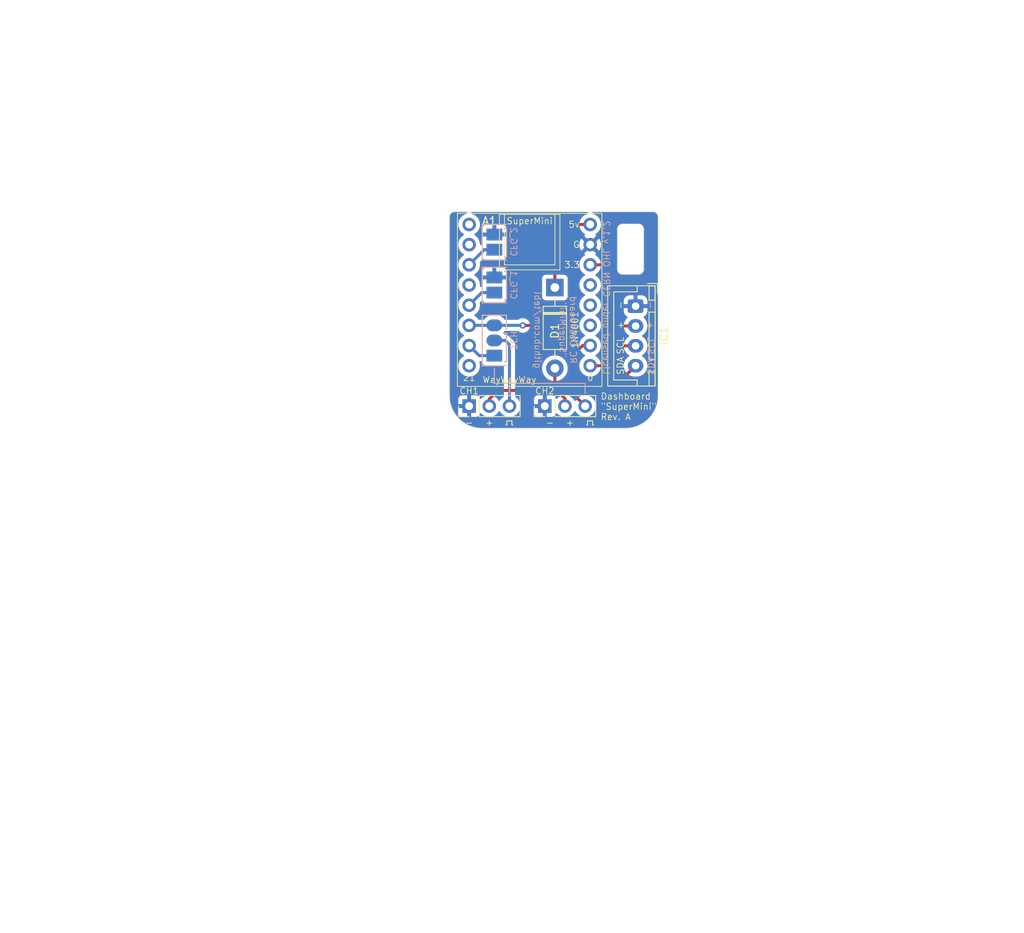
<source format=kicad_pcb>
(kicad_pcb (version 20240108) (generator "pcbnew") (generator_version "8.0")
  (layers (0 "F.Cu" signal) (31 "B.Cu" signal) (34 "B.Paste" user) (35 "F.Paste" user) (36 "B.SilkS" user "B.Silkscreen") (37 "F.SilkS" user "F.Silkscreen") (38 "B.Mask" user) (39 "F.Mask" user) (44 "Edge.Cuts" user))
  (net 0 "")
  (net 1 "GND")
  (net 2 "/SDA")
  (net 3 "/SCL")
  (net 4 "+3V3")
  (net 5 "/6v")
  (net 6 "/BUILTIN_LED")
  (net 8 "/CFG_1")
  (net 9 "/CFG_2")
  (net 13 "CH2")
  (net 14 "CH1")
  (net 15 "Net-(J5-VCC)")
  (net 16 "/LED_1")
  (net 17 "VBUS")
  (net 18 "/LED_2")
  (footprint "Diode_THT:D_DO-41_SOD81_P10.16mm_Horizontal" (layer "F.Cu") (at 112.395 87.63 -90)
    (property "Reference" "D1" (at 5.461 0 90) (layer "F.SilkS"))
    (property "Value" "1N4001" (at 5.3594 -2.54 90) (layer "F.SilkS") (effects (font (size 0.8 0.8) (thickness 0.1))))
    (fp_line (start 2.36 1.47) (end 7.8 1.47) (stroke (width 0.12)) (layer "F.SilkS"))
    (fp_line (start 7.8 1.47) (end 7.8 -1.47) (stroke (width 0.12)) (layer "F.SilkS"))
    (fp_line (start 1.34 0) (end 2.36 0) (stroke (width 0.12)) (layer "F.SilkS"))
    (fp_line (start 8.82 0) (end 7.8 0) (stroke (width 0.12)) (layer "F.SilkS"))
    (fp_line (start 2.36 -1.47) (end 2.36 1.47) (stroke (width 0.12)) (layer "F.SilkS"))
    (fp_line (start 3.14 -1.47) (end 3.14 1.47) (stroke (width 0.12)) (layer "F.SilkS"))
    (fp_line (start 3.26 -1.47) (end 3.26 1.47) (stroke (width 0.12)) (layer "F.SilkS"))
    (fp_line (start 3.38 -1.47) (end 3.38 1.47) (stroke (width 0.12)) (layer "F.SilkS"))
    (fp_line (start 7.8 -1.47) (end 2.36 -1.47) (stroke (width 0.12)) (layer "F.SilkS"))
    (pad "1" thru_hole rect (at 0 0 270) (size 2.2 2.2) (drill 1.1) (layers "*.Cu" "*.Mask") (net 17 "VBUS"))
    (pad "2" thru_hole oval (at 10.16 0 270) (size 2.2 2.2) (drill 1.1) (layers "*.Cu" "*.Mask") (net 5 "/6v"))
  )
  (footprint "Connector_JST:JST_XH_B4B-XH-A_1x04_P2.50mm_Vertical" (layer "F.Cu") (at 122.555 89.9725 -90)
    (property "Reference" "IC1" (at 3.75 -3.55 90) (layer "F.SilkS"))
    (property "Value" "0.91_I2C_OLED")
    (fp_line (start -2.56 3.51) (end 10.06 3.51) (stroke (width 0.12)) (layer "F.SilkS"))
    (fp_line (start 10.06 3.51) (end 10.06 -2.46) (stroke (width 0.12)) (layer "F.SilkS"))
    (fp_line (start -1.8 2.75) (end 3.75 2.75) (stroke (width 0.12)) (layer "F.SilkS"))
    (fp_line (start 9.3 2.75) (end 3.75 2.75) (stroke (width 0.12)) (layer "F.SilkS"))
    (fp_line (start -2.55 -0.2) (end -1.8 -0.2) (stroke (width 0.12)) (layer "F.SilkS"))
    (fp_line (start -1.8 -0.2) (end -1.8 2.75) (stroke (width 0.12)) (layer "F.SilkS"))
    (fp_line (start 9.3 -0.2) (end 9.3 2.75) (stroke (width 0.12)) (layer "F.SilkS"))
    (fp_line (start 10.05 -0.2) (end 9.3 -0.2) (stroke (width 0.12)) (layer "F.SilkS"))
    (fp_line (start -2.55 -1.7) (end -0.75 -1.7) (stroke (width 0.12)) (layer "F.SilkS"))
    (fp_line (start -0.75 -1.7) (end -0.75 -2.45) (stroke (width 0.12)) (layer "F.SilkS"))
    (fp_line (start 0.75 -1.7) (end 6.75 -1.7) (stroke (width 0.12)) (layer "F.SilkS"))
    (fp_line (start 6.75 -1.7) (end 6.75 -2.45) (stroke (width 0.12)) (layer "F.SilkS"))
    (fp_line (start 8.25 -1.7) (end 10.05 -1.7) (stroke (width 0.12)) (layer "F.SilkS"))
    (fp_line (start 10.05 -1.7) (end 10.05 -2.45) (stroke (width 0.12)) (layer "F.SilkS"))
    (fp_line (start -2.55 -2.45) (end -2.55 -1.7) (stroke (width 0.12)) (layer "F.SilkS"))
    (fp_line (start -0.75 -2.45) (end -2.55 -2.45) (stroke (width 0.12)) (layer "F.SilkS"))
    (fp_line (start 0.75 -2.45) (end 0.75 -1.7) (stroke (width 0.12)) (layer "F.SilkS"))
    (fp_line (start 6.75 -2.45) (end 0.75 -2.45) (stroke (width 0.12)) (layer "F.SilkS"))
    (fp_line (start 8.25 -2.45) (end 8.25 -1.7) (stroke (width 0.12)) (layer "F.SilkS"))
    (fp_line (start 10.05 -2.45) (end 8.25 -2.45) (stroke (width 0.12)) (layer "F.SilkS"))
    (fp_line (start -2.56 -2.46) (end -2.56 3.51) (stroke (width 0.12)) (layer "F.SilkS"))
    (fp_line (start 10.06 -2.46) (end -2.56 -2.46) (stroke (width 0.12)) (layer "F.SilkS"))
    (fp_line (start -2.85 -2.75) (end -2.85 -1.5) (stroke (width 0.12)) (layer "F.SilkS"))
    (fp_line (start -1.6 -2.75) (end -2.85 -2.75) (stroke (width 0.12)) (layer "F.SilkS"))
    (pad "1" thru_hole roundrect (at 0 0 270) (size 1.7 1.95) (drill 0.95) (layers "*.Cu" "*.Mask") (roundrect_rratio 0.147059) (net 1 "GND"))
    (pad "2" thru_hole oval (at 2.5 0 270) (size 1.7 1.95) (drill 0.95) (layers "*.Cu" "*.Mask") (net 4 "+3V3"))
    (pad "3" thru_hole oval (at 5 0 270) (size 1.7 1.95) (drill 0.95) (layers "*.Cu" "*.Mask") (net 3 "/SCL"))
    (pad "4" thru_hole oval (at 7.5 0 270) (size 1.7 1.95) (drill 0.95) (layers "*.Cu" "*.Mask") (net 2 "/SDA"))
  )
  (footprint "Connector_PinHeader_2.54mm:PinHeader_1x03_P2.54mm_Vertical" (layer "F.Cu") (at 101.6 102.5525 90)
    (property "Reference" "J5" (hide yes))
    (property "Value" "CH1" (at 1.905 0 180) (layer "F.SilkS") (effects (font (size 0.8 0.8) (thickness 0.1))))
    (fp_line (start -1.33 -1.33) (end 0 -1.33) (stroke (width 0.12)) (layer "F.SilkS"))
    (fp_line (start -1.33 0) (end -1.33 -1.33) (stroke (width 0.12)) (layer "F.SilkS"))
    (fp_line (start 1.33 1.27) (end 1.33 6.41) (stroke (width 0.12)) (layer "F.SilkS"))
    (fp_line (start -1.33 1.27) (end 1.33 1.27) (stroke (width 0.12)) (layer "F.SilkS"))
    (fp_line (start -1.33 1.27) (end -1.33 6.41) (stroke (width 0.12)) (layer "F.SilkS"))
    (fp_line (start -1.33 6.41) (end 1.33 6.41) (stroke (width 0.12)) (layer "F.SilkS"))
    (pad "1" thru_hole rect (at 0 0 90) (size 1.7 1.7) (drill 1) (layers "*.Cu" "*.Mask") (net 1 "GND"))
    (pad "2" thru_hole oval (at 0 2.54 90) (size 1.7 1.7) (drill 1) (layers "*.Cu" "*.Mask") (net 5 "/6v"))
    (pad "3" thru_hole oval (at 0 5.08 90) (size 1.7 1.7) (drill 1) (layers "*.Cu" "*.Mask") (net 15 "Net-(J5-VCC)"))
  )
  (footprint "Connector_PinHeader_2.54mm:PinHeader_1x03_P2.54mm_Vertical" (layer "F.Cu") (at 111.125 102.5525 90)
    (property "Reference" "J6" (hide yes))
    (property "Value" "CH2" (at 1.905 0 180) (layer "F.SilkS") (effects (font (size 0.8 0.8) (thickness 0.1))))
    (fp_line (start -1.33 -1.33) (end 0 -1.33) (stroke (width 0.12)) (layer "F.SilkS"))
    (fp_line (start -1.33 0) (end -1.33 -1.33) (stroke (width 0.12)) (layer "F.SilkS"))
    (fp_line (start 1.33 1.27) (end 1.33 6.41) (stroke (width 0.12)) (layer "F.SilkS"))
    (fp_line (start -1.33 1.27) (end 1.33 1.27) (stroke (width 0.12)) (layer "F.SilkS"))
    (fp_line (start -1.33 1.27) (end -1.33 6.41) (stroke (width 0.12)) (layer "F.SilkS"))
    (fp_line (start -1.33 6.41) (end 1.33 6.41) (stroke (width 0.12)) (layer "F.SilkS"))
    (pad "1" thru_hole rect (at 0 0 90) (size 1.7 1.7) (drill 1) (layers "*.Cu" "*.Mask") (net 1 "GND"))
    (pad "2" thru_hole oval (at 0 2.54 90) (size 1.7 1.7) (drill 1) (layers "*.Cu" "*.Mask") (net 5 "/6v"))
    (pad "3" thru_hole oval (at 0 5.08 90) (size 1.7 1.7) (drill 1) (layers "*.Cu" "*.Mask") (net 13 "CH2"))
  )
  (footprint "SuperMini:SuperMini_ESP32_C3" (layer "F.Cu") (at 101.6 79.6925)
    (property "Reference" "A1" (at 2.54 -0.4445 180) (layer "F.SilkS"))
    (property "Value" "SuperMini" (at 7.62 -0.4445 0) (layer "F.SilkS") (effects (font (size 0.8 0.8) (thickness 0.1))))
    (fp_line (start -1.48 -1.4) (end -1.48 20.38) (stroke (width 0.1)) (layer "F.SilkS"))
    (fp_line (start -1.48 -1.4) (end 16.72 -1.4) (stroke (width 0.1)) (layer "F.SilkS"))
    (fp_line (start -1.48 20.38) (end 16.72 20.38) (stroke (width 0.1)) (layer "F.SilkS"))
    (fp_line (start 3.81 -1.27) (end 11.43 -1.27) (stroke (width 0.1)) (layer "F.SilkS"))
    (fp_line (start 3.81 5.715) (end 3.81 -1.27) (stroke (width 0.1)) (layer "F.SilkS"))
    (fp_line (start 4.445 -1.27) (end 4.445 5.08) (stroke (width 0.1)) (layer "F.SilkS"))
    (fp_line (start 4.445 5.08) (end 10.795 5.08) (stroke (width 0.1)) (layer "F.SilkS"))
    (fp_line (start 10.795 5.08) (end 10.795 -1.27) (stroke (width 0.1)) (layer "F.SilkS"))
    (fp_line (start 11.43 -1.27) (end 11.43 5.715) (stroke (width 0.1)) (layer "F.SilkS"))
    (fp_line (start 11.43 5.715) (end 3.81 5.715) (stroke (width 0.1)) (layer "F.SilkS"))
    (fp_line (start 16.72 20.38) (end 16.72 -1.4) (stroke (width 0.1)) (layer "F.SilkS"))
    (fp_text user "21" (at 0 19.304 0) (layer "F.SilkS") (effects (font (size 0.8 0.8) (thickness 0.1))))
    (fp_text user "5v" (at 13.97 0 0) (layer "F.SilkS") (effects (font (size 0.8 0.8) (thickness 0.1)) (justify right)))
    (fp_text user "G" (at 13.97 2.54 0) (layer "F.SilkS") (effects (font (size 0.8 0.8) (thickness 0.1)) (justify right)))
    (fp_text user "3.3" (at 13.97 5.08 0) (layer "F.SilkS") (effects (font (size 0.8 0.8) (thickness 0.1)) (justify right)))
    (fp_text user "0" (at 15.24 19.304 0) (layer "F.SilkS") (effects (font (size 0.8 0.8) (thickness 0.1))))
    (pad "1" thru_hole circle (at 0 0 90) (size 1.7 1.7) (drill 1) (layers "*.Cu" "*.Mask"))
    (pad "2" thru_hole circle (at 0 2.54 90) (size 1.7 1.7) (drill 1) (layers "*.Cu" "*.Mask"))
    (pad "3" thru_hole circle (at 0 5.08 90) (size 1.7 1.7) (drill 1) (layers "*.Cu" "*.Mask") (net 9 "/CFG_2"))
    (pad "4" thru_hole circle (at 0 7.62 90) (size 1.7 1.7) (drill 1) (layers "*.Cu" "*.Mask") (net 6 "/BUILTIN_LED"))
    (pad "5" thru_hole circle (at 0 10.16 90) (size 1.7 1.7) (drill 1) (layers "*.Cu" "*.Mask") (net 8 "/CFG_1"))
    (pad "6" thru_hole circle (at 0 12.7 90) (size 1.7 1.7) (drill 1) (layers "*.Cu" "*.Mask") (net 13 "CH2"))
    (pad "7" thru_hole circle (at 0 15.24 90) (size 1.7 1.7) (drill 1) (layers "*.Cu" "*.Mask") (net 14 "CH1"))
    (pad "8" thru_hole circle (at 0 17.78 90) (size 1.7 1.7) (drill 1) (layers "*.Cu" "*.Mask"))
    (pad "9" thru_hole circle (at 15.24 17.78 90) (size 1.7 1.7) (drill 1) (layers "*.Cu" "*.Mask") (net 3 "/SCL"))
    (pad "10" thru_hole circle (at 15.24 15.24 90) (size 1.7 1.7) (drill 1) (layers "*.Cu" "*.Mask") (net 2 "/SDA"))
    (pad "11" thru_hole circle (at 15.24 12.7 90) (size 1.7 1.7) (drill 1) (layers "*.Cu" "*.Mask") (net 16 "/LED_1"))
    (pad "12" thru_hole circle (at 15.24 10.16 90) (size 1.7 1.7) (drill 1) (layers "*.Cu" "*.Mask") (net 18 "/LED_2"))
    (pad "13" thru_hole circle (at 15.24 7.62 90) (size 1.7 1.7) (drill 1) (layers "*.Cu" "*.Mask"))
    (pad "14" thru_hole circle (at 15.24 5.08 90) (size 1.7 1.7) (drill 1) (layers "*.Cu" "*.Mask") (net 4 "+3V3"))
    (pad "15" thru_hole circle (at 15.24 2.54 90) (size 1.7 1.7) (drill 1) (layers "*.Cu" "*.Mask") (net 1 "GND"))
    (pad "16" thru_hole circle (at 15.24 0 90) (size 1.7 1.7) (drill 1) (layers "*.Cu" "*.Mask") (net 17 "VBUS"))
  )
  (footprint "solder_bridge:bridge" (layer "B.Cu") (at 104.775 86.36 180)
    (property "Reference" "JP2" (hide yes))
    (property "Value" "CFG_1" (at -2.413 -0.9144 -90) (layer "B.SilkS") (effects (font (size 0.8 0.8) (thickness 0.1)) (justify mirror)))
    (fp_line (start 1.524 1.27) (end 1.524 -3.175) (stroke (width 0.15)) (layer "B.SilkS"))
    (fp_line (start 1.524 -3.175) (end -1.524 -3.175) (stroke (width 0.15)) (layer "B.SilkS"))
    (fp_line (start -1.524 1.27) (end 1.524 1.27) (stroke (width 0.15)) (layer "B.SilkS"))
    (fp_line (start -1.524 0.762) (end -1.27 0.762) (stroke (width 0.15)) (layer "B.SilkS"))
    (fp_line (start -1.524 -2.794) (end -1.27 -2.794) (stroke (width 0.15)) (layer "B.SilkS"))
    (fp_line (start -1.524 -2.794) (end -1.524 0.762) (stroke (width 0.15)) (layer "B.SilkS"))
    (pad "1" smd rect (at 0 0 180) (size 2 1.5) (layers "B.Cu" "B.Paste" "B.Mask") (net 1 "GND"))
    (pad "2" smd rect (at 0 -1.905 180) (size 2 1.5) (layers "B.Cu" "B.Paste" "B.Mask") (net 8 "/CFG_1"))
  )
  (footprint "solder_bridge:bridge" (layer "B.Cu") (at 104.775 80.9625 180)
    (property "Reference" "JP3" (hide yes))
    (property "Value" "CFG_2" (at -2.413 -0.9144 -90) (layer "B.SilkS") (effects (font (size 0.8 0.8) (thickness 0.1)) (justify mirror)))
    (fp_line (start 1.524 1.27) (end 1.524 -3.175) (stroke (width 0.15)) (layer "B.SilkS"))
    (fp_line (start 1.524 -3.175) (end -1.524 -3.175) (stroke (width 0.15)) (layer "B.SilkS"))
    (fp_line (start -1.524 1.27) (end 1.524 1.27) (stroke (width 0.15)) (layer "B.SilkS"))
    (fp_line (start -1.524 0.762) (end -1.27 0.762) (stroke (width 0.15)) (layer "B.SilkS"))
    (fp_line (start -1.524 -2.794) (end -1.27 -2.794) (stroke (width 0.15)) (layer "B.SilkS"))
    (fp_line (start -1.524 -2.794) (end -1.524 0.762) (stroke (width 0.15)) (layer "B.SilkS"))
    (pad "1" smd rect (at 0 0 180) (size 2 1.5) (layers "B.Cu" "B.Paste" "B.Mask") (net 1 "GND"))
    (pad "2" smd rect (at 0 -1.905 180) (size 2 1.5) (layers "B.Cu" "B.Paste" "B.Mask") (net 9 "/CFG_2"))
  )
  (footprint "solder_bridge:select2" (layer "B.Cu") (at 104.775 96.2025)
    (property "Reference" "JP1" (hide yes))
    (property "Value" "2CH" (at 2.413 -1.9177 -90) (layer "B.SilkS") (effects (font (size 0.8 0.8) (thickness 0.1)) (justify mirror)))
    (fp_line (start -1.524 1.27) (end -1.524 -5.08) (stroke (width 0.15)) (layer "B.SilkS"))
    (fp_line (start -1.524 1.27) (end 1.524 1.27) (stroke (width 0.15)) (layer "B.SilkS"))
    (fp_line (start 1.524 -5.08) (end -1.524 -5.08) (stroke (width 0.15)) (layer "B.SilkS"))
    (fp_line (start 1.524 -5.08) (end 1.524 -3.302) (stroke (width 0.15)) (layer "B.SilkS"))
    (fp_line (start 1.524 -2.794) (end 1.27 -2.794) (stroke (width 0.15)) (layer "B.SilkS"))
    (fp_line (start 1.524 0.762) (end 1.27 0.762) (stroke (width 0.15)) (layer "B.SilkS"))
    (fp_line (start 1.524 0.762) (end 1.524 -2.794) (stroke (width 0.15)) (layer "B.SilkS"))
    (pad "1" smd rect (at 0 0) (size 2 1.5) (layers "B.Cu" "B.Paste" "B.Mask") (net 14 "CH1"))
    (pad "2" smd oval (at 0 -1.905) (size 2 1.5) (layers "B.Cu" "B.Paste" "B.Mask") (net 15 "Net-(J5-VCC)"))
    (pad "3" smd oval (at 0 -3.81) (size 2 1.5) (layers "B.Cu" "B.Paste" "B.Mask") (net 13 "CH2"))
  )
  (gr_line (start 116.205 99.695) (end 106.68 99.695) (stroke (width 0.12)) (layer "B.SilkS"))
  (gr_line (start 106.68 100.965) (end 106.68 99.695) (stroke (width 0.12)) (layer "B.SilkS"))
  (gr_line (start 104.775 97.79) (end 104.775 99.695) (stroke (width 0.12)) (layer "B.SilkS"))
  (gr_line (start 104.775 99.695) (end 104.775 99.695) (stroke (width 0.12)) (layer "B.SilkS"))
  (gr_line (start 106.68 99.695) (end 104.775 99.695) (stroke (width 0.12)) (layer "B.SilkS"))
  (gr_line (start 116.205 99.695) (end 116.205 100.965) (stroke (width 0.12)) (layer "B.SilkS"))
  (gr_line (start 116.5105 104.9286) (end 116.5105 104.4206) (stroke (width 0.12)) (layer "F.SilkS"))
  (gr_line (start 106.9855 104.4206) (end 106.9855 104.9286) (stroke (width 0.12)) (layer "F.SilkS"))
  (gr_line (start 106.3505 104.9286) (end 106.3505 104.4206) (stroke (width 0.12)) (layer "F.SilkS"))
  (gr_line (start 117.1455 104.9286) (end 117.2725 104.9286) (stroke (width 0.12)) (layer "F.SilkS"))
  (gr_line (start 116.5105 104.9286) (end 116.3835 104.9286) (stroke (width 0.12)) (layer "F.SilkS"))
  (gr_line (start 116.5105 104.4206) (end 117.1455 104.4206) (stroke (width 0.12)) (layer "F.SilkS"))
  (gr_line (start 106.3505 104.9286) (end 106.2235 104.9286) (stroke (width 0.12)) (layer "F.SilkS"))
  (gr_line (start 106.9855 104.9286) (end 107.1125 104.9286) (stroke (width 0.12)) (layer "F.SilkS"))
  (gr_line (start 117.1455 104.4206) (end 117.1455 104.9286) (stroke (width 0.12)) (layer "F.SilkS"))
  (gr_line (start 106.3505 104.4206) (end 106.9855 104.4206) (stroke (width 0.12)) (layer "F.SilkS"))
  (gr_line (start 103.229138 105.340862) (end 121.282 105.340862) (stroke (width 0.05)) (layer "Edge.Cuts"))
  (gr_line (start 99.129138 101.240862) (end 99.129138 78.74) (stroke (width 0.05)) (layer "Edge.Cuts"))
  (gr_arc (start 103.229138 105.340862) (mid 100.33 104.14) (end 99.129138 101.240862) (stroke (width 0.05)) (layer "Edge.Cuts"))
  (gr_arc (start 125.382 101.240862) (mid 124.181138 104.14) (end 121.282 105.340862) (stroke (width 0.05)) (layer "Edge.Cuts"))
  (gr_line (start 125.385 78.74) (end 125.382 101.240862) (stroke (width 0.05)) (layer "Edge.Cuts"))
  (gr_line (start 124.75 78.105) (end 99.764138 78.105) (stroke (width 0.05)) (layer "Edge.Cuts"))
  (gr_arc (start 99.129138 78.74) (mid 99.315125 78.290987) (end 99.764138 78.105) (stroke (width 0.05)) (layer "Edge.Cuts"))
  (gr_line (start 123.571 80.264) (end 123.571 85.344) (stroke (width 0.05)) (layer "Edge.Cuts"))
  (gr_arc (start 124.75 78.105) (mid 125.199013 78.290987) (end 125.385 78.74) (stroke (width 0.05)) (layer "Edge.Cuts"))
  (gr_line (start 120.269 85.344) (end 120.269 80.264) (stroke (width 0.05)) (layer "Edge.Cuts"))
  (gr_arc (start 120.904 85.979) (mid 120.454987 85.793013) (end 120.269 85.344) (stroke (width 0.05)) (layer "Edge.Cuts"))
  (gr_arc (start 120.269 80.264) (mid 120.454987 79.814987) (end 120.904 79.629) (stroke (width 0.05)) (layer "Edge.Cuts"))
  (gr_arc (start 122.936 79.629) (mid 123.385013 79.814987) (end 123.571 80.264) (stroke (width 0.05)) (layer "Edge.Cuts"))
  (gr_line (start 122.936 85.979) (end 120.904 85.979) (stroke (width 0.05)) (layer "Edge.Cuts"))
  (gr_arc (start 123.571 85.344) (mid 123.385013 85.793013) (end 122.936 85.979) (stroke (width 0.05)) (layer "Edge.Cuts"))
  (gr_line (start 120.904 79.629) (end 122.936 79.629) (stroke (width 0.05)) (layer "Edge.Cuts"))
  (gr_text "github.com/tebl" (at 110.236 92.964 270) (layer "B.SilkS") (effects (font (size 0.8 0.8) (thickness 0.1)) (justify mirror)))
  (gr_text "-" (at 124.46 89.8652 -90) (layer "B.SilkS") (effects (font (size 0.8 0.8) (thickness 0.1)) (justify mirror)))
  (gr_text "RC Dashboard\n{dblquote}SuperMini{dblquote}" (at 114.046 92.964 270) (layer "B.SilkS") (effects (font (size 0.8 0.8) (thickness 0.1)) (justify mirror)))
  (gr_text "+" (at 124.46 92.4052 -90) (layer "B.SilkS") (effects (font (size 0.8 0.8) (thickness 0.1)) (justify mirror)))
  (gr_text "SCL" (at 124.46 94.9452 -90) (layer "B.SilkS") (effects (font (size 0.8 0.8) (thickness 0.1)) (justify mirror)))
  (gr_text "Licensed under CERN OHL v.1.2" (at 118.872 88.9 270) (layer "B.SilkS") (effects (font (size 0.8 0.8) (thickness 0.1)) (justify mirror)))
  (gr_text "SDA" (at 124.46 97.4852 -90) (layer "B.SilkS") (effects (font (size 0.8 0.8) (thickness 0.1)) (justify mirror)))
  (gr_text "+" (at 114.3 104.7635 180) (layer "F.SilkS") (effects (font (size 0.8 0.8) (thickness 0.1))))
  (gr_text "-" (at 111.76 104.7635 180) (layer "F.SilkS") (effects (font (size 0.8 0.8) (thickness 0.1))))
  (gr_text "+" (at 104.14 104.7635 180) (layer "F.SilkS") (effects (font (size 0.8 0.8) (thickness 0.1))))
  (gr_text "-" (at 101.6 104.7635 180) (layer "F.SilkS") (effects (font (size 0.8 0.8) (thickness 0.1))))
  (gr_text "+" (at 120.65 92.3925 90) (layer "F.SilkS") (effects (font (size 0.8 0.8) (thickness 0.1))))
  (gr_text "-" (at 120.65 89.8525 90) (layer "F.SilkS") (effects (font (size 0.8 0.8) (thickness 0.1))))
  (gr_text "SCL" (at 120.65 94.9325 90) (layer "F.SilkS") (effects (font (size 0.8 0.8) (thickness 0.1))))
  (gr_text "SDA" (at 120.65 97.4725 90) (layer "F.SilkS") (effects (font (size 0.8 0.8) (thickness 0.1))))
  (gr_text "Dashboard\n{dblquote}SuperMini{dblquote}\nRev. A" (at 118.11 102.616 0) (layer "F.SilkS") (effects (font (size 0.8 0.8) (thickness 0.1)) (justify left)))
  (gr_text "WayWayWay" (at 106.68 99.695 0) (layer "F.SilkS") (effects (font (size 0.8 0.8) (thickness 0.1)) (justify bottom)))
  (segment (start 114.935 95.885) (end 114.935 98.425) (width 0.381) (layer "F.Cu") (net 2))
  (segment (start 116.205 99.695) (end 120.3325 99.695) (width 0.381) (layer "F.Cu") (net 2))
  (segment (start 116.84 94.9325) (end 115.8875 94.9325) (width 0.381) (layer "F.Cu") (net 2))
  (segment (start 120.3325 99.695) (end 122.555 97.4725) (width 0.381) (layer "F.Cu") (net 2))
  (segment (start 114.935 98.425) (end 116.205 99.695) (width 0.381) (layer "F.Cu") (net 2))
  (segment (start 115.8875 94.9325) (end 114.935 95.885) (width 0.381) (layer "F.Cu") (net 2))
  (segment (start 118.4275 97.4725) (end 116.84 97.4725) (width 0.381) (layer "F.Cu") (net 3))
  (segment (start 122.555 94.9725) (end 120.9275 94.9725) (width 0.381) (layer "F.Cu") (net 3))
  (segment (start 120.9275 94.9725) (end 118.4275 97.4725) (width 0.381) (layer "F.Cu") (net 3))
  (segment (start 118.4275 84.7725) (end 119.38 85.725) (width 0.381) (layer "F.Cu") (net 4))
  (segment (start 116.84 84.7725) (end 118.4275 84.7725) (width 0.381) (layer "F.Cu") (net 4))
  (segment (start 119.38 85.725) (end 119.38 91.44) (width 0.381) (layer "F.Cu") (net 4))
  (segment (start 119.38 91.44) (end 120.4125 92.4725) (width 0.381) (layer "F.Cu") (net 4))
  (segment (start 120.4125 92.4725) (end 122.555 92.4725) (width 0.381) (layer "F.Cu") (net 4))
  (segment (start 112.395 97.79) (end 112.395 100.584) (width 0.381) (layer "F.Cu") (net 5))
  (segment (start 108.585 100.584) (end 105.2195 100.584) (width 0.381) (layer "F.Cu") (net 5))
  (segment (start 112.395 100.584) (end 111.76 100.584) (width 0.381) (layer "F.Cu") (net 5))
  (segment (start 113.665 101.6) (end 112.649 100.584) (width 0.381) (layer "F.Cu") (net 5))
  (segment (start 112.649 100.584) (end 111.76 100.584) (width 0.381) (layer "F.Cu") (net 5))
  (segment (start 111.76 100.584) (end 108.585 100.584) (width 0.381) (layer "F.Cu") (net 5))
  (segment (start 113.665 102.5525) (end 113.665 101.6) (width 0.381) (layer "F.Cu") (net 5))
  (segment (start 105.2195 100.584) (end 104.14 101.6635) (width 0.381) (layer "F.Cu") (net 5))
  (segment (start 104.14 101.6635) (end 104.14 102.5525) (width 0.381) (layer "F.Cu") (net 5))
  (segment (start 103.1875 88.265) (end 104.775 88.265) (width 0.381) (layer "B.Cu") (net 8))
  (segment (start 101.6 89.8525) (end 103.1875 88.265) (width 0.381) (layer "B.Cu") (net 8))
  (segment (start 104.775 82.8675) (end 103.505 82.8675) (width 0.381) (layer "B.Cu") (net 9))
  (segment (start 103.505 82.8675) (end 101.6 84.7725) (width 0.381) (layer "B.Cu") (net 9))
  (segment (start 114.3 100.6475) (end 116.205 102.5525) (width 0.381) (layer "F.Cu") (net 13))
  (segment (start 114.3 93.8784) (end 114.3 100.6475) (width 0.381) (layer "F.Cu") (net 13))
  (segment (start 112.8268 92.4052) (end 114.3 93.8784) (width 0.381) (layer "F.Cu") (net 13))
  (segment (start 108.3564 92.4052) (end 112.8268 92.4052) (width 0.381) (layer "F.Cu") (net 13))
  (via (at 108.3564 92.4052) (size 0.8) (drill 0.4) (layers "F.Cu" "B.Cu") (net 13))
  (segment (start 108.3437 92.3925) (end 104.775 92.3925) (width 0.381) (layer "B.Cu") (net 13))
  (segment (start 108.3564 92.4052) (end 108.3437 92.3925) (width 0.381) (layer "B.Cu") (net 13))
  (segment (start 101.6 92.3925) (end 104.775 92.3925) (width 0.381) (layer "B.Cu") (net 13))
  (segment (start 101.6 94.9325) (end 102.87 96.2025) (width 0.381) (layer "B.Cu") (net 14))
  (segment (start 102.87 96.2025) (end 104.775 96.2025) (width 0.381) (layer "B.Cu") (net 14))
  (segment (start 106.68 94.8215) (end 106.156 94.2975) (width 0.381) (layer "B.Cu") (net 15))
  (segment (start 106.156 94.2975) (end 104.775 94.2975) (width 0.381) (layer "B.Cu") (net 15))
  (segment (start 106.68 102.5525) (end 106.68 94.8215) (width 0.381) (layer "B.Cu") (net 15))
  (segment (start 112.395 82.2325) (end 114.935 79.6925) (width 0.381) (layer "F.Cu") (net 17))
  (segment (start 112.395 87.63) (end 112.395 82.2325) (width 0.381) (layer "F.Cu") (net 17))
  (segment (start 114.935 79.6925) (end 116.84 79.6925) (width 0.381) (layer "F.Cu") (net 17))
  (zone (net 1) (net_name "GND") (layer "B.Cu") (connect_pads (clearance 0.508)) (min_thickness 0.254) (fill yes (thermal_gap 0.508) (thermal_bridge_width 0.508))
    (polygon (pts (xy 171.45 168.91) (xy 42.545 168.91) (xy 42.545 51.435) (xy 171.45 51.435)))
  )
)
</source>
